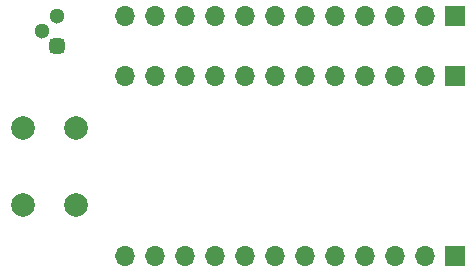
<source format=gbr>
%TF.GenerationSoftware,KiCad,Pcbnew,7.0.6*%
%TF.CreationDate,2023-10-13T00:14:17-07:00*%
%TF.ProjectId,SAL-FP_Keyboard-LogicBoard,53414c2d-4650-45f4-9b65-79626f617264,rev?*%
%TF.SameCoordinates,PXaf9e7f0PY6122b30*%
%TF.FileFunction,Soldermask,Top*%
%TF.FilePolarity,Negative*%
%FSLAX46Y46*%
G04 Gerber Fmt 4.6, Leading zero omitted, Abs format (unit mm)*
G04 Created by KiCad (PCBNEW 7.0.6) date 2023-10-13 00:14:17*
%MOMM*%
%LPD*%
G01*
G04 APERTURE LIST*
G04 Aperture macros list*
%AMRoundRect*
0 Rectangle with rounded corners*
0 $1 Rounding radius*
0 $2 $3 $4 $5 $6 $7 $8 $9 X,Y pos of 4 corners*
0 Add a 4 corners polygon primitive as box body*
4,1,4,$2,$3,$4,$5,$6,$7,$8,$9,$2,$3,0*
0 Add four circle primitives for the rounded corners*
1,1,$1+$1,$2,$3*
1,1,$1+$1,$4,$5*
1,1,$1+$1,$6,$7*
1,1,$1+$1,$8,$9*
0 Add four rect primitives between the rounded corners*
20,1,$1+$1,$2,$3,$4,$5,0*
20,1,$1+$1,$4,$5,$6,$7,0*
20,1,$1+$1,$6,$7,$8,$9,0*
20,1,$1+$1,$8,$9,$2,$3,0*%
G04 Aperture macros list end*
%ADD10R,1.700000X1.700000*%
%ADD11O,1.700000X1.700000*%
%ADD12RoundRect,0.325000X0.325000X-0.325000X0.325000X0.325000X-0.325000X0.325000X-0.325000X-0.325000X0*%
%ADD13C,1.300000*%
%ADD14C,2.000000*%
G04 APERTURE END LIST*
D10*
%TO.C,J1*%
X-6350000Y-25146000D03*
D11*
X-8890000Y-25146000D03*
X-11430000Y-25146000D03*
X-13970000Y-25146000D03*
X-16510000Y-25146000D03*
X-19050000Y-25146000D03*
X-21590000Y-25146000D03*
X-24130000Y-25146000D03*
X-26670000Y-25146000D03*
X-29210000Y-25146000D03*
X-31750000Y-25146000D03*
X-34290000Y-25146000D03*
%TD*%
D12*
%TO.C,Q1*%
X-40005000Y-7366000D03*
D13*
X-41275000Y-6096000D03*
X-40005000Y-4826000D03*
%TD*%
D14*
%TO.C,SW1*%
X-38390000Y-14276000D03*
X-38390000Y-20776000D03*
X-42890000Y-14276000D03*
X-42890000Y-20776000D03*
%TD*%
D10*
%TO.C,J2*%
X-6350000Y-9906000D03*
D11*
X-8890000Y-9906000D03*
X-11430000Y-9906000D03*
X-13970000Y-9906000D03*
X-16510000Y-9906000D03*
X-19050000Y-9906000D03*
X-21590000Y-9906000D03*
X-24130000Y-9906000D03*
X-26670000Y-9906000D03*
X-29210000Y-9906000D03*
X-31750000Y-9906000D03*
X-34290000Y-9906000D03*
%TD*%
D10*
%TO.C,J3*%
X-6350000Y-4826000D03*
D11*
X-8890000Y-4826000D03*
X-11430000Y-4826000D03*
X-13970000Y-4826000D03*
X-16510000Y-4826000D03*
X-19050000Y-4826000D03*
X-21590000Y-4826000D03*
X-24130000Y-4826000D03*
X-26670000Y-4826000D03*
X-29210000Y-4826000D03*
X-31750000Y-4826000D03*
X-34290000Y-4826000D03*
%TD*%
M02*

</source>
